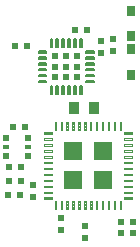
<source format=gbr>
G04 EAGLE Gerber RS-274X export*
G75*
%MOMM*%
%FSLAX34Y34*%
%LPD*%
%INSolderpaste Bottom*%
%IPPOS*%
%AMOC8*
5,1,8,0,0,1.08239X$1,22.5*%
G01*
%ADD10R,0.600000X0.600000*%
%ADD11R,0.800000X0.900000*%
%ADD12R,0.900000X1.000000*%
%ADD13C,0.125000*%
%ADD14R,1.500000X1.500000*%
%ADD15C,0.140000*%
%ADD16R,0.500000X0.500000*%
%ADD17R,0.500000X0.400000*%


D10*
X84328Y23495D03*
X84328Y13335D03*
D11*
X143637Y166529D03*
X143637Y145129D03*
D10*
X104902Y17272D03*
X104902Y7112D03*
X50292Y54737D03*
X40132Y54737D03*
X50038Y43180D03*
X39878Y43180D03*
X60960Y41402D03*
X60960Y51562D03*
X145542Y20447D03*
X135382Y20447D03*
X135636Y11049D03*
X145796Y11049D03*
D12*
X112894Y116967D03*
X95894Y116967D03*
D11*
X143764Y177641D03*
X143764Y199041D03*
D13*
X70290Y41070D02*
X70290Y39820D01*
X70290Y41070D02*
X77040Y41070D01*
X77040Y39820D01*
X70290Y39820D01*
X70290Y41007D02*
X77040Y41007D01*
X70290Y44820D02*
X70290Y46070D01*
X77040Y46070D01*
X77040Y44820D01*
X70290Y44820D01*
X70290Y46007D02*
X77040Y46007D01*
X70290Y49820D02*
X70290Y51070D01*
X77040Y51070D01*
X77040Y49820D01*
X70290Y49820D01*
X70290Y51007D02*
X77040Y51007D01*
X70290Y54820D02*
X70290Y56070D01*
X77040Y56070D01*
X77040Y54820D01*
X70290Y54820D01*
X70290Y56007D02*
X77040Y56007D01*
X70290Y59820D02*
X70290Y61070D01*
X77040Y61070D01*
X77040Y59820D01*
X70290Y59820D01*
X70290Y61007D02*
X77040Y61007D01*
X70290Y64820D02*
X70290Y66070D01*
X77040Y66070D01*
X77040Y64820D01*
X70290Y64820D01*
X70290Y66007D02*
X77040Y66007D01*
X70290Y69820D02*
X70290Y71070D01*
X77040Y71070D01*
X77040Y69820D01*
X70290Y69820D01*
X70290Y71007D02*
X77040Y71007D01*
X70290Y74820D02*
X70290Y76070D01*
X77040Y76070D01*
X77040Y74820D01*
X70290Y74820D01*
X70290Y76007D02*
X77040Y76007D01*
X70290Y79820D02*
X70290Y81070D01*
X77040Y81070D01*
X77040Y79820D01*
X70290Y79820D01*
X70290Y81007D02*
X77040Y81007D01*
X70290Y84820D02*
X70290Y86070D01*
X77040Y86070D01*
X77040Y84820D01*
X70290Y84820D01*
X70290Y86007D02*
X77040Y86007D01*
X70290Y89820D02*
X70290Y91070D01*
X77040Y91070D01*
X77040Y89820D01*
X70290Y89820D01*
X70290Y91007D02*
X77040Y91007D01*
X70290Y94820D02*
X70290Y96070D01*
X77040Y96070D01*
X77040Y94820D01*
X70290Y94820D01*
X70290Y96007D02*
X77040Y96007D01*
X79190Y104970D02*
X80440Y104970D01*
X80440Y98220D01*
X79190Y98220D01*
X79190Y104970D01*
X79190Y99407D02*
X80440Y99407D01*
X80440Y100594D02*
X79190Y100594D01*
X79190Y101781D02*
X80440Y101781D01*
X80440Y102968D02*
X79190Y102968D01*
X79190Y104155D02*
X80440Y104155D01*
X84190Y104970D02*
X85440Y104970D01*
X85440Y98220D01*
X84190Y98220D01*
X84190Y104970D01*
X84190Y99407D02*
X85440Y99407D01*
X85440Y100594D02*
X84190Y100594D01*
X84190Y101781D02*
X85440Y101781D01*
X85440Y102968D02*
X84190Y102968D01*
X84190Y104155D02*
X85440Y104155D01*
X89190Y104970D02*
X90440Y104970D01*
X90440Y98220D01*
X89190Y98220D01*
X89190Y104970D01*
X89190Y99407D02*
X90440Y99407D01*
X90440Y100594D02*
X89190Y100594D01*
X89190Y101781D02*
X90440Y101781D01*
X90440Y102968D02*
X89190Y102968D01*
X89190Y104155D02*
X90440Y104155D01*
X94190Y104970D02*
X95440Y104970D01*
X95440Y98220D01*
X94190Y98220D01*
X94190Y104970D01*
X94190Y99407D02*
X95440Y99407D01*
X95440Y100594D02*
X94190Y100594D01*
X94190Y101781D02*
X95440Y101781D01*
X95440Y102968D02*
X94190Y102968D01*
X94190Y104155D02*
X95440Y104155D01*
X99190Y104970D02*
X100440Y104970D01*
X100440Y98220D01*
X99190Y98220D01*
X99190Y104970D01*
X99190Y99407D02*
X100440Y99407D01*
X100440Y100594D02*
X99190Y100594D01*
X99190Y101781D02*
X100440Y101781D01*
X100440Y102968D02*
X99190Y102968D01*
X99190Y104155D02*
X100440Y104155D01*
X104190Y104970D02*
X105440Y104970D01*
X105440Y98220D01*
X104190Y98220D01*
X104190Y104970D01*
X104190Y99407D02*
X105440Y99407D01*
X105440Y100594D02*
X104190Y100594D01*
X104190Y101781D02*
X105440Y101781D01*
X105440Y102968D02*
X104190Y102968D01*
X104190Y104155D02*
X105440Y104155D01*
X108690Y104970D02*
X109940Y104970D01*
X109940Y98220D01*
X108690Y98220D01*
X108690Y104970D01*
X108690Y99407D02*
X109940Y99407D01*
X109940Y100594D02*
X108690Y100594D01*
X108690Y101781D02*
X109940Y101781D01*
X109940Y102968D02*
X108690Y102968D01*
X108690Y104155D02*
X109940Y104155D01*
X114190Y104970D02*
X115440Y104970D01*
X115440Y98220D01*
X114190Y98220D01*
X114190Y104970D01*
X114190Y99407D02*
X115440Y99407D01*
X115440Y100594D02*
X114190Y100594D01*
X114190Y101781D02*
X115440Y101781D01*
X115440Y102968D02*
X114190Y102968D01*
X114190Y104155D02*
X115440Y104155D01*
X119190Y104970D02*
X120440Y104970D01*
X120440Y98220D01*
X119190Y98220D01*
X119190Y104970D01*
X119190Y99407D02*
X120440Y99407D01*
X120440Y100594D02*
X119190Y100594D01*
X119190Y101781D02*
X120440Y101781D01*
X120440Y102968D02*
X119190Y102968D01*
X119190Y104155D02*
X120440Y104155D01*
X124190Y104970D02*
X125440Y104970D01*
X125440Y98220D01*
X124190Y98220D01*
X124190Y104970D01*
X124190Y99407D02*
X125440Y99407D01*
X125440Y100594D02*
X124190Y100594D01*
X124190Y101781D02*
X125440Y101781D01*
X125440Y102968D02*
X124190Y102968D01*
X124190Y104155D02*
X125440Y104155D01*
X129190Y104970D02*
X130440Y104970D01*
X130440Y98220D01*
X129190Y98220D01*
X129190Y104970D01*
X129190Y99407D02*
X130440Y99407D01*
X130440Y100594D02*
X129190Y100594D01*
X129190Y101781D02*
X130440Y101781D01*
X130440Y102968D02*
X129190Y102968D01*
X129190Y104155D02*
X130440Y104155D01*
X134190Y104970D02*
X135440Y104970D01*
X135440Y98220D01*
X134190Y98220D01*
X134190Y104970D01*
X134190Y99407D02*
X135440Y99407D01*
X135440Y100594D02*
X134190Y100594D01*
X134190Y101781D02*
X135440Y101781D01*
X135440Y102968D02*
X134190Y102968D01*
X134190Y104155D02*
X135440Y104155D01*
X144340Y96070D02*
X144340Y94820D01*
X137590Y94820D01*
X137590Y96070D01*
X144340Y96070D01*
X144340Y96007D02*
X137590Y96007D01*
X144340Y91070D02*
X144340Y89820D01*
X137590Y89820D01*
X137590Y91070D01*
X144340Y91070D01*
X144340Y91007D02*
X137590Y91007D01*
X144340Y86070D02*
X144340Y84820D01*
X137590Y84820D01*
X137590Y86070D01*
X144340Y86070D01*
X144340Y86007D02*
X137590Y86007D01*
X144340Y81070D02*
X144340Y79820D01*
X137590Y79820D01*
X137590Y81070D01*
X144340Y81070D01*
X144340Y81007D02*
X137590Y81007D01*
X144340Y76070D02*
X144340Y74820D01*
X137590Y74820D01*
X137590Y76070D01*
X144340Y76070D01*
X144340Y76007D02*
X137590Y76007D01*
X144340Y71070D02*
X144340Y69820D01*
X137590Y69820D01*
X137590Y71070D01*
X144340Y71070D01*
X144340Y71007D02*
X137590Y71007D01*
X144340Y66070D02*
X144340Y64820D01*
X137590Y64820D01*
X137590Y66070D01*
X144340Y66070D01*
X144340Y66007D02*
X137590Y66007D01*
X144340Y61070D02*
X144340Y59820D01*
X137590Y59820D01*
X137590Y61070D01*
X144340Y61070D01*
X144340Y61007D02*
X137590Y61007D01*
X144340Y56070D02*
X144340Y54820D01*
X137590Y54820D01*
X137590Y56070D01*
X144340Y56070D01*
X144340Y56007D02*
X137590Y56007D01*
X144340Y51070D02*
X144340Y49820D01*
X137590Y49820D01*
X137590Y51070D01*
X144340Y51070D01*
X144340Y51007D02*
X137590Y51007D01*
X144340Y46070D02*
X144340Y44820D01*
X137590Y44820D01*
X137590Y46070D01*
X144340Y46070D01*
X144340Y46007D02*
X137590Y46007D01*
X144340Y41070D02*
X144340Y39820D01*
X137590Y39820D01*
X137590Y41070D01*
X144340Y41070D01*
X144340Y41007D02*
X137590Y41007D01*
X135440Y30920D02*
X134190Y30920D01*
X134190Y37670D01*
X135440Y37670D01*
X135440Y30920D01*
X135440Y32107D02*
X134190Y32107D01*
X134190Y33294D02*
X135440Y33294D01*
X135440Y34481D02*
X134190Y34481D01*
X134190Y35668D02*
X135440Y35668D01*
X135440Y36855D02*
X134190Y36855D01*
X130440Y30920D02*
X129190Y30920D01*
X129190Y37670D01*
X130440Y37670D01*
X130440Y30920D01*
X130440Y32107D02*
X129190Y32107D01*
X129190Y33294D02*
X130440Y33294D01*
X130440Y34481D02*
X129190Y34481D01*
X129190Y35668D02*
X130440Y35668D01*
X130440Y36855D02*
X129190Y36855D01*
X125440Y30920D02*
X124190Y30920D01*
X124190Y37670D01*
X125440Y37670D01*
X125440Y30920D01*
X125440Y32107D02*
X124190Y32107D01*
X124190Y33294D02*
X125440Y33294D01*
X125440Y34481D02*
X124190Y34481D01*
X124190Y35668D02*
X125440Y35668D01*
X125440Y36855D02*
X124190Y36855D01*
X120440Y30920D02*
X119190Y30920D01*
X119190Y37670D01*
X120440Y37670D01*
X120440Y30920D01*
X120440Y32107D02*
X119190Y32107D01*
X119190Y33294D02*
X120440Y33294D01*
X120440Y34481D02*
X119190Y34481D01*
X119190Y35668D02*
X120440Y35668D01*
X120440Y36855D02*
X119190Y36855D01*
X115440Y30920D02*
X114190Y30920D01*
X114190Y37670D01*
X115440Y37670D01*
X115440Y30920D01*
X115440Y32107D02*
X114190Y32107D01*
X114190Y33294D02*
X115440Y33294D01*
X115440Y34481D02*
X114190Y34481D01*
X114190Y35668D02*
X115440Y35668D01*
X115440Y36855D02*
X114190Y36855D01*
X110440Y30920D02*
X109190Y30920D01*
X109190Y37670D01*
X110440Y37670D01*
X110440Y30920D01*
X110440Y32107D02*
X109190Y32107D01*
X109190Y33294D02*
X110440Y33294D01*
X110440Y34481D02*
X109190Y34481D01*
X109190Y35668D02*
X110440Y35668D01*
X110440Y36855D02*
X109190Y36855D01*
X105440Y30920D02*
X104190Y30920D01*
X104190Y37670D01*
X105440Y37670D01*
X105440Y30920D01*
X105440Y32107D02*
X104190Y32107D01*
X104190Y33294D02*
X105440Y33294D01*
X105440Y34481D02*
X104190Y34481D01*
X104190Y35668D02*
X105440Y35668D01*
X105440Y36855D02*
X104190Y36855D01*
X100440Y30920D02*
X99190Y30920D01*
X99190Y37670D01*
X100440Y37670D01*
X100440Y30920D01*
X100440Y32107D02*
X99190Y32107D01*
X99190Y33294D02*
X100440Y33294D01*
X100440Y34481D02*
X99190Y34481D01*
X99190Y35668D02*
X100440Y35668D01*
X100440Y36855D02*
X99190Y36855D01*
X95440Y30920D02*
X94190Y30920D01*
X94190Y37670D01*
X95440Y37670D01*
X95440Y30920D01*
X95440Y32107D02*
X94190Y32107D01*
X94190Y33294D02*
X95440Y33294D01*
X95440Y34481D02*
X94190Y34481D01*
X94190Y35668D02*
X95440Y35668D01*
X95440Y36855D02*
X94190Y36855D01*
X90440Y30920D02*
X89190Y30920D01*
X89190Y37670D01*
X90440Y37670D01*
X90440Y30920D01*
X90440Y32107D02*
X89190Y32107D01*
X89190Y33294D02*
X90440Y33294D01*
X90440Y34481D02*
X89190Y34481D01*
X89190Y35668D02*
X90440Y35668D01*
X90440Y36855D02*
X89190Y36855D01*
X85440Y30920D02*
X84190Y30920D01*
X84190Y37670D01*
X85440Y37670D01*
X85440Y30920D01*
X85440Y32107D02*
X84190Y32107D01*
X84190Y33294D02*
X85440Y33294D01*
X85440Y34481D02*
X84190Y34481D01*
X84190Y35668D02*
X85440Y35668D01*
X85440Y36855D02*
X84190Y36855D01*
X80440Y30920D02*
X79190Y30920D01*
X79190Y37670D01*
X80440Y37670D01*
X80440Y30920D01*
X80440Y32107D02*
X79190Y32107D01*
X79190Y33294D02*
X80440Y33294D01*
X80440Y34481D02*
X79190Y34481D01*
X79190Y35668D02*
X80440Y35668D01*
X80440Y36855D02*
X79190Y36855D01*
D14*
X94815Y55445D03*
X119815Y55445D03*
X119815Y80445D03*
X94815Y80445D03*
D10*
X55880Y168910D03*
X45720Y168910D03*
D15*
X77100Y168465D02*
X77100Y175065D01*
X77100Y168465D02*
X75700Y168465D01*
X75700Y175065D01*
X77100Y175065D01*
X77100Y169795D02*
X75700Y169795D01*
X75700Y171125D02*
X77100Y171125D01*
X77100Y172455D02*
X75700Y172455D01*
X75700Y173785D02*
X77100Y173785D01*
X82100Y175065D02*
X82100Y168465D01*
X80700Y168465D01*
X80700Y175065D01*
X82100Y175065D01*
X82100Y169795D02*
X80700Y169795D01*
X80700Y171125D02*
X82100Y171125D01*
X82100Y172455D02*
X80700Y172455D01*
X80700Y173785D02*
X82100Y173785D01*
X87100Y175065D02*
X87100Y168465D01*
X85700Y168465D01*
X85700Y175065D01*
X87100Y175065D01*
X87100Y169795D02*
X85700Y169795D01*
X85700Y171125D02*
X87100Y171125D01*
X87100Y172455D02*
X85700Y172455D01*
X85700Y173785D02*
X87100Y173785D01*
X92100Y175065D02*
X92100Y168465D01*
X90700Y168465D01*
X90700Y175065D01*
X92100Y175065D01*
X92100Y169795D02*
X90700Y169795D01*
X90700Y171125D02*
X92100Y171125D01*
X92100Y172455D02*
X90700Y172455D01*
X90700Y173785D02*
X92100Y173785D01*
X97100Y175065D02*
X97100Y168465D01*
X95700Y168465D01*
X95700Y175065D01*
X97100Y175065D01*
X97100Y169795D02*
X95700Y169795D01*
X95700Y171125D02*
X97100Y171125D01*
X97100Y172455D02*
X95700Y172455D01*
X95700Y173785D02*
X97100Y173785D01*
X102100Y175065D02*
X102100Y168465D01*
X100700Y168465D01*
X100700Y175065D01*
X102100Y175065D01*
X102100Y169795D02*
X100700Y169795D01*
X100700Y171125D02*
X102100Y171125D01*
X102100Y172455D02*
X100700Y172455D01*
X100700Y173785D02*
X102100Y173785D01*
X105600Y164965D02*
X112200Y164965D01*
X112200Y163565D01*
X105600Y163565D01*
X105600Y164965D01*
X105600Y164895D02*
X112200Y164895D01*
X112200Y159965D02*
X105600Y159965D01*
X112200Y159965D02*
X112200Y158565D01*
X105600Y158565D01*
X105600Y159965D01*
X105600Y159895D02*
X112200Y159895D01*
X112200Y154965D02*
X105600Y154965D01*
X112200Y154965D02*
X112200Y153565D01*
X105600Y153565D01*
X105600Y154965D01*
X105600Y154895D02*
X112200Y154895D01*
X112200Y149965D02*
X105600Y149965D01*
X112200Y149965D02*
X112200Y148565D01*
X105600Y148565D01*
X105600Y149965D01*
X105600Y149895D02*
X112200Y149895D01*
X112200Y144965D02*
X105600Y144965D01*
X112200Y144965D02*
X112200Y143565D01*
X105600Y143565D01*
X105600Y144965D01*
X105600Y144895D02*
X112200Y144895D01*
X112200Y139965D02*
X105600Y139965D01*
X112200Y139965D02*
X112200Y138565D01*
X105600Y138565D01*
X105600Y139965D01*
X105600Y139895D02*
X112200Y139895D01*
X100700Y135065D02*
X100700Y128465D01*
X100700Y135065D02*
X102100Y135065D01*
X102100Y128465D01*
X100700Y128465D01*
X100700Y129795D02*
X102100Y129795D01*
X102100Y131125D02*
X100700Y131125D01*
X100700Y132455D02*
X102100Y132455D01*
X102100Y133785D02*
X100700Y133785D01*
X95700Y135065D02*
X95700Y128465D01*
X95700Y135065D02*
X97100Y135065D01*
X97100Y128465D01*
X95700Y128465D01*
X95700Y129795D02*
X97100Y129795D01*
X97100Y131125D02*
X95700Y131125D01*
X95700Y132455D02*
X97100Y132455D01*
X97100Y133785D02*
X95700Y133785D01*
X90700Y135065D02*
X90700Y128465D01*
X90700Y135065D02*
X92100Y135065D01*
X92100Y128465D01*
X90700Y128465D01*
X90700Y129795D02*
X92100Y129795D01*
X92100Y131125D02*
X90700Y131125D01*
X90700Y132455D02*
X92100Y132455D01*
X92100Y133785D02*
X90700Y133785D01*
X85700Y135065D02*
X85700Y128465D01*
X85700Y135065D02*
X87100Y135065D01*
X87100Y128465D01*
X85700Y128465D01*
X85700Y129795D02*
X87100Y129795D01*
X87100Y131125D02*
X85700Y131125D01*
X85700Y132455D02*
X87100Y132455D01*
X87100Y133785D02*
X85700Y133785D01*
X80700Y135065D02*
X80700Y128465D01*
X80700Y135065D02*
X82100Y135065D01*
X82100Y128465D01*
X80700Y128465D01*
X80700Y129795D02*
X82100Y129795D01*
X82100Y131125D02*
X80700Y131125D01*
X80700Y132455D02*
X82100Y132455D01*
X82100Y133785D02*
X80700Y133785D01*
X75700Y135065D02*
X75700Y128465D01*
X75700Y135065D02*
X77100Y135065D01*
X77100Y128465D01*
X75700Y128465D01*
X75700Y129795D02*
X77100Y129795D01*
X77100Y131125D02*
X75700Y131125D01*
X75700Y132455D02*
X77100Y132455D01*
X77100Y133785D02*
X75700Y133785D01*
X72200Y138565D02*
X65600Y138565D01*
X65600Y139965D01*
X72200Y139965D01*
X72200Y138565D01*
X72200Y139895D02*
X65600Y139895D01*
X65600Y143565D02*
X72200Y143565D01*
X65600Y143565D02*
X65600Y144965D01*
X72200Y144965D01*
X72200Y143565D01*
X72200Y144895D02*
X65600Y144895D01*
X65600Y148565D02*
X72200Y148565D01*
X65600Y148565D02*
X65600Y149965D01*
X72200Y149965D01*
X72200Y148565D01*
X72200Y149895D02*
X65600Y149895D01*
X65600Y153565D02*
X72200Y153565D01*
X65600Y153565D02*
X65600Y154965D01*
X72200Y154965D01*
X72200Y153565D01*
X72200Y154895D02*
X65600Y154895D01*
X65600Y158565D02*
X72200Y158565D01*
X65600Y158565D02*
X65600Y159965D01*
X72200Y159965D01*
X72200Y158565D01*
X72200Y159895D02*
X65600Y159895D01*
X65600Y163565D02*
X72200Y163565D01*
X65600Y163565D02*
X65600Y164965D01*
X72200Y164965D01*
X72200Y163565D01*
X72200Y164895D02*
X65600Y164895D01*
D10*
X97900Y160765D03*
X88900Y151765D03*
X88900Y160765D03*
X79900Y160765D03*
X79900Y142765D03*
X97900Y142765D03*
X88900Y142765D03*
X79900Y151765D03*
X97900Y151765D03*
X96774Y182753D03*
X106934Y182753D03*
X128651Y175514D03*
X128651Y165354D03*
X118745Y163195D03*
X118745Y173355D03*
X50292Y66548D03*
X40132Y66548D03*
X43688Y100838D03*
X53848Y100838D03*
D16*
X56244Y91066D03*
D17*
X56244Y83566D03*
D16*
X56244Y76066D03*
X38244Y76066D03*
D17*
X38244Y83566D03*
D16*
X38244Y91066D03*
M02*

</source>
